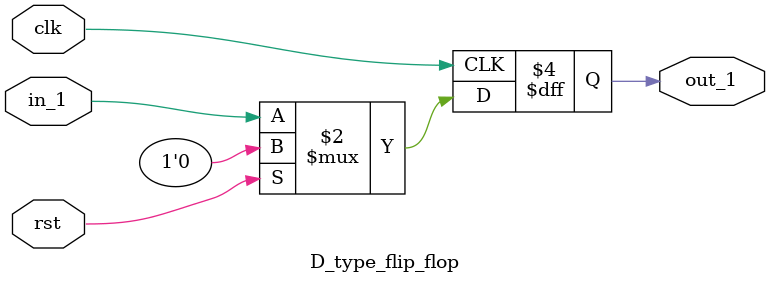
<source format=sv>

module D_type_flip_flop (
        input logic clk,
        input logic rst,

        input logic in_1,
        output logic out_1
);
// -------------------------------

always_ff @(posedge clk) begin

        out_1 <= in_1;

        if (rst) begin
                out_1 <= 1'b0;
        end
end

endmodule
// ----- End of D_type_flip_flop module -----

</source>
